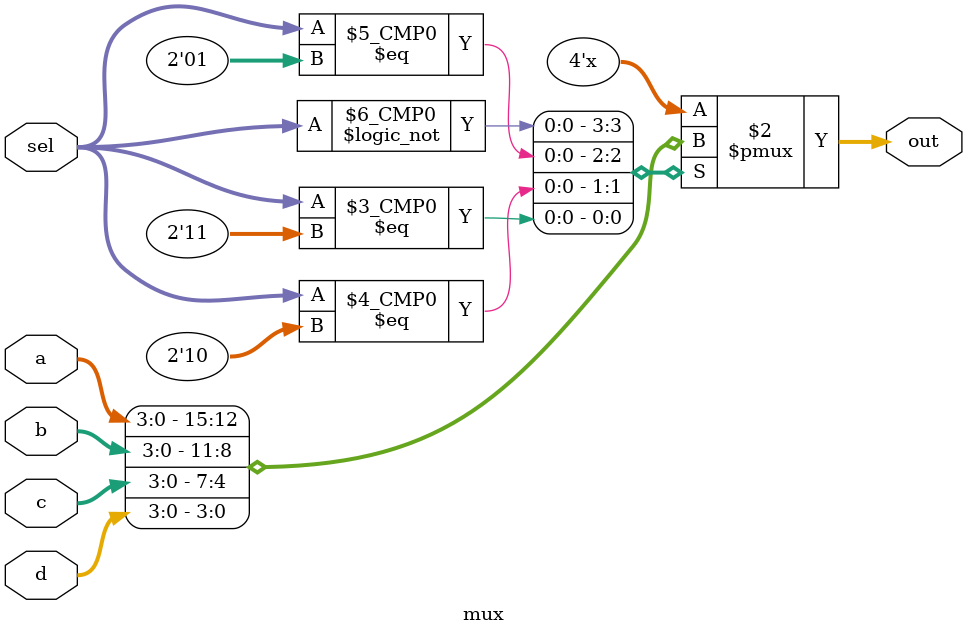
<source format=v>
module mux (
	input [3:0] a, b, c, d,
	input [1:0] sel,
	output reg [3:0] out
);

always@(*) begin
	case (sel)
		2'b00: out = a;
		2'b01: out = b;
		2'b10: out = c;
		2'b11: out = d;
		default: out = 4'b0000;
	endcase
end
endmodule
</source>
